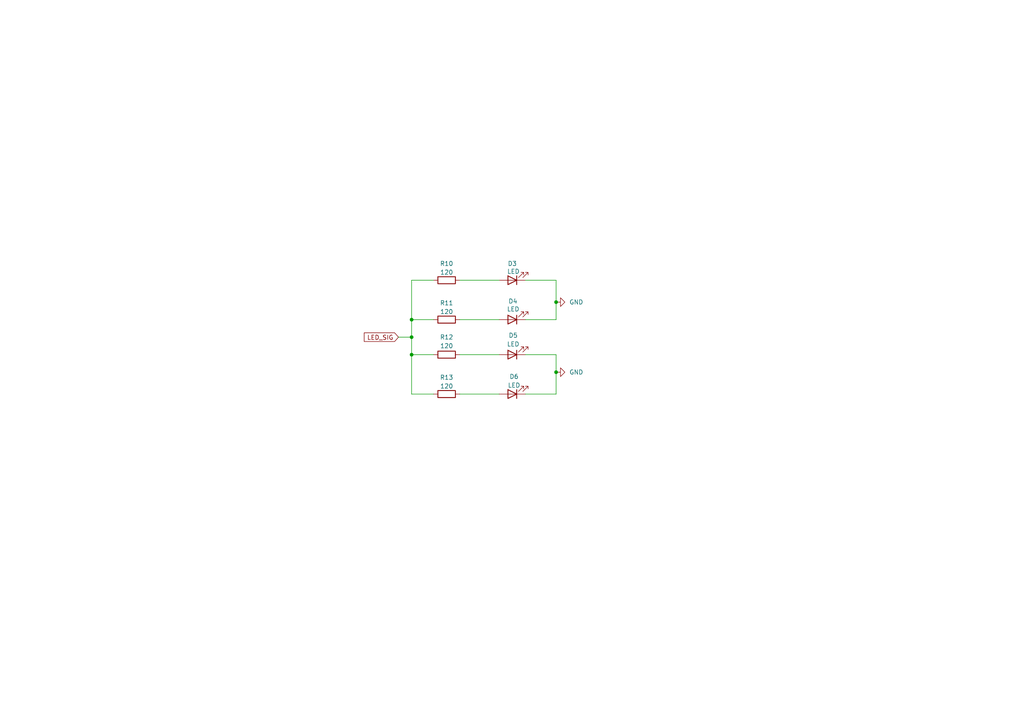
<source format=kicad_sch>
(kicad_sch
	(version 20250114)
	(generator "eeschema")
	(generator_version "9.0")
	(uuid "60ec0027-2546-452c-ae3c-eeffdd722be2")
	(paper "A4")
	(lib_symbols
		(symbol "Device:LED"
			(pin_numbers
				(hide yes)
			)
			(pin_names
				(offset 1.016)
				(hide yes)
			)
			(exclude_from_sim no)
			(in_bom yes)
			(on_board yes)
			(property "Reference" "D"
				(at 0 2.54 0)
				(effects
					(font
						(size 1.27 1.27)
					)
				)
			)
			(property "Value" "LED"
				(at 0 -2.54 0)
				(effects
					(font
						(size 1.27 1.27)
					)
				)
			)
			(property "Footprint" ""
				(at 0 0 0)
				(effects
					(font
						(size 1.27 1.27)
					)
					(hide yes)
				)
			)
			(property "Datasheet" "~"
				(at 0 0 0)
				(effects
					(font
						(size 1.27 1.27)
					)
					(hide yes)
				)
			)
			(property "Description" "Light emitting diode"
				(at 0 0 0)
				(effects
					(font
						(size 1.27 1.27)
					)
					(hide yes)
				)
			)
			(property "ki_keywords" "LED diode"
				(at 0 0 0)
				(effects
					(font
						(size 1.27 1.27)
					)
					(hide yes)
				)
			)
			(property "ki_fp_filters" "LED* LED_SMD:* LED_THT:*"
				(at 0 0 0)
				(effects
					(font
						(size 1.27 1.27)
					)
					(hide yes)
				)
			)
			(symbol "LED_0_1"
				(polyline
					(pts
						(xy -3.048 -0.762) (xy -4.572 -2.286) (xy -3.81 -2.286) (xy -4.572 -2.286) (xy -4.572 -1.524)
					)
					(stroke
						(width 0)
						(type default)
					)
					(fill
						(type none)
					)
				)
				(polyline
					(pts
						(xy -1.778 -0.762) (xy -3.302 -2.286) (xy -2.54 -2.286) (xy -3.302 -2.286) (xy -3.302 -1.524)
					)
					(stroke
						(width 0)
						(type default)
					)
					(fill
						(type none)
					)
				)
				(polyline
					(pts
						(xy -1.27 0) (xy 1.27 0)
					)
					(stroke
						(width 0)
						(type default)
					)
					(fill
						(type none)
					)
				)
				(polyline
					(pts
						(xy -1.27 -1.27) (xy -1.27 1.27)
					)
					(stroke
						(width 0.254)
						(type default)
					)
					(fill
						(type none)
					)
				)
				(polyline
					(pts
						(xy 1.27 -1.27) (xy 1.27 1.27) (xy -1.27 0) (xy 1.27 -1.27)
					)
					(stroke
						(width 0.254)
						(type default)
					)
					(fill
						(type none)
					)
				)
			)
			(symbol "LED_1_1"
				(pin passive line
					(at -3.81 0 0)
					(length 2.54)
					(name "K"
						(effects
							(font
								(size 1.27 1.27)
							)
						)
					)
					(number "1"
						(effects
							(font
								(size 1.27 1.27)
							)
						)
					)
				)
				(pin passive line
					(at 3.81 0 180)
					(length 2.54)
					(name "A"
						(effects
							(font
								(size 1.27 1.27)
							)
						)
					)
					(number "2"
						(effects
							(font
								(size 1.27 1.27)
							)
						)
					)
				)
			)
			(embedded_fonts no)
		)
		(symbol "Device:R"
			(pin_numbers
				(hide yes)
			)
			(pin_names
				(offset 0)
			)
			(exclude_from_sim no)
			(in_bom yes)
			(on_board yes)
			(property "Reference" "R"
				(at 2.032 0 90)
				(effects
					(font
						(size 1.27 1.27)
					)
				)
			)
			(property "Value" "R"
				(at 0 0 90)
				(effects
					(font
						(size 1.27 1.27)
					)
				)
			)
			(property "Footprint" ""
				(at -1.778 0 90)
				(effects
					(font
						(size 1.27 1.27)
					)
					(hide yes)
				)
			)
			(property "Datasheet" "~"
				(at 0 0 0)
				(effects
					(font
						(size 1.27 1.27)
					)
					(hide yes)
				)
			)
			(property "Description" "Resistor"
				(at 0 0 0)
				(effects
					(font
						(size 1.27 1.27)
					)
					(hide yes)
				)
			)
			(property "ki_keywords" "R res resistor"
				(at 0 0 0)
				(effects
					(font
						(size 1.27 1.27)
					)
					(hide yes)
				)
			)
			(property "ki_fp_filters" "R_*"
				(at 0 0 0)
				(effects
					(font
						(size 1.27 1.27)
					)
					(hide yes)
				)
			)
			(symbol "R_0_1"
				(rectangle
					(start -1.016 -2.54)
					(end 1.016 2.54)
					(stroke
						(width 0.254)
						(type default)
					)
					(fill
						(type none)
					)
				)
			)
			(symbol "R_1_1"
				(pin passive line
					(at 0 3.81 270)
					(length 1.27)
					(name "~"
						(effects
							(font
								(size 1.27 1.27)
							)
						)
					)
					(number "1"
						(effects
							(font
								(size 1.27 1.27)
							)
						)
					)
				)
				(pin passive line
					(at 0 -3.81 90)
					(length 1.27)
					(name "~"
						(effects
							(font
								(size 1.27 1.27)
							)
						)
					)
					(number "2"
						(effects
							(font
								(size 1.27 1.27)
							)
						)
					)
				)
			)
			(embedded_fonts no)
		)
		(symbol "power:GND"
			(power)
			(pin_numbers
				(hide yes)
			)
			(pin_names
				(offset 0)
				(hide yes)
			)
			(exclude_from_sim no)
			(in_bom yes)
			(on_board yes)
			(property "Reference" "#PWR"
				(at 0 -6.35 0)
				(effects
					(font
						(size 1.27 1.27)
					)
					(hide yes)
				)
			)
			(property "Value" "GND"
				(at 0 -3.81 0)
				(effects
					(font
						(size 1.27 1.27)
					)
				)
			)
			(property "Footprint" ""
				(at 0 0 0)
				(effects
					(font
						(size 1.27 1.27)
					)
					(hide yes)
				)
			)
			(property "Datasheet" ""
				(at 0 0 0)
				(effects
					(font
						(size 1.27 1.27)
					)
					(hide yes)
				)
			)
			(property "Description" "Power symbol creates a global label with name \"GND\" , ground"
				(at 0 0 0)
				(effects
					(font
						(size 1.27 1.27)
					)
					(hide yes)
				)
			)
			(property "ki_keywords" "global power"
				(at 0 0 0)
				(effects
					(font
						(size 1.27 1.27)
					)
					(hide yes)
				)
			)
			(symbol "GND_0_1"
				(polyline
					(pts
						(xy 0 0) (xy 0 -1.27) (xy 1.27 -1.27) (xy 0 -2.54) (xy -1.27 -1.27) (xy 0 -1.27)
					)
					(stroke
						(width 0)
						(type default)
					)
					(fill
						(type none)
					)
				)
			)
			(symbol "GND_1_1"
				(pin power_in line
					(at 0 0 270)
					(length 0)
					(name "~"
						(effects
							(font
								(size 1.27 1.27)
							)
						)
					)
					(number "1"
						(effects
							(font
								(size 1.27 1.27)
							)
						)
					)
				)
			)
			(embedded_fonts no)
		)
	)
	(junction
		(at 119.38 102.87)
		(diameter 0)
		(color 0 0 0 0)
		(uuid "778bd8d5-5212-452a-901c-37a6f6b4e21e")
	)
	(junction
		(at 119.38 92.71)
		(diameter 0)
		(color 0 0 0 0)
		(uuid "a5284a0e-d9a8-4fe1-975f-bfaf5dff0a0d")
	)
	(junction
		(at 119.38 97.79)
		(diameter 0)
		(color 0 0 0 0)
		(uuid "bd01ff86-a17e-4440-a8c8-b91bda55e781")
	)
	(junction
		(at 161.29 107.95)
		(diameter 0)
		(color 0 0 0 0)
		(uuid "e3727e70-77bc-44ad-bf7b-b61b54a083e4")
	)
	(junction
		(at 161.29 87.63)
		(diameter 0)
		(color 0 0 0 0)
		(uuid "e74de71a-4369-4b54-80de-0b6ecd0f2f53")
	)
	(wire
		(pts
			(xy 161.29 87.63) (xy 161.29 92.71)
		)
		(stroke
			(width 0)
			(type default)
		)
		(uuid "13ae040e-eda9-4ac5-9124-f3e5b5b49e9a")
	)
	(wire
		(pts
			(xy 161.29 107.95) (xy 161.29 114.3)
		)
		(stroke
			(width 0)
			(type default)
		)
		(uuid "1a224554-1b65-46fa-964c-530dc3641eec")
	)
	(wire
		(pts
			(xy 119.38 92.71) (xy 119.38 97.79)
		)
		(stroke
			(width 0)
			(type default)
		)
		(uuid "1b82a16e-2a48-4066-b682-e4e790f9e845")
	)
	(wire
		(pts
			(xy 152.4 114.3) (xy 161.29 114.3)
		)
		(stroke
			(width 0)
			(type default)
		)
		(uuid "2863e48d-e7e3-4847-b157-605387fc1caa")
	)
	(wire
		(pts
			(xy 161.29 81.28) (xy 161.29 87.63)
		)
		(stroke
			(width 0)
			(type default)
		)
		(uuid "29f41ade-19e9-4d1a-a7e5-2f25a0c673f6")
	)
	(wire
		(pts
			(xy 161.29 102.87) (xy 161.29 107.95)
		)
		(stroke
			(width 0)
			(type default)
		)
		(uuid "35d39045-f2ff-4a6c-aecf-2065a5460d6b")
	)
	(wire
		(pts
			(xy 133.35 102.87) (xy 144.78 102.87)
		)
		(stroke
			(width 0)
			(type default)
		)
		(uuid "439719f1-8835-4ba7-97f2-e03522e5baa7")
	)
	(wire
		(pts
			(xy 152.4 102.87) (xy 161.29 102.87)
		)
		(stroke
			(width 0)
			(type default)
		)
		(uuid "5c92087c-b7ff-46a3-9404-3e10d675cf41")
	)
	(wire
		(pts
			(xy 119.38 102.87) (xy 125.73 102.87)
		)
		(stroke
			(width 0)
			(type default)
		)
		(uuid "691b2ef7-0b68-4055-bbc9-34ea49673e10")
	)
	(wire
		(pts
			(xy 133.35 92.71) (xy 144.78 92.71)
		)
		(stroke
			(width 0)
			(type default)
		)
		(uuid "760d836b-5185-432e-b153-926253c7ed59")
	)
	(wire
		(pts
			(xy 133.35 81.28) (xy 144.78 81.28)
		)
		(stroke
			(width 0)
			(type default)
		)
		(uuid "8bc6bf6a-a1d9-413c-b6a2-397f28628204")
	)
	(wire
		(pts
			(xy 119.38 97.79) (xy 119.38 102.87)
		)
		(stroke
			(width 0)
			(type default)
		)
		(uuid "91b45cc8-bc36-48cc-8830-746a5df8786a")
	)
	(wire
		(pts
			(xy 119.38 102.87) (xy 119.38 114.3)
		)
		(stroke
			(width 0)
			(type default)
		)
		(uuid "91bee2a2-ed19-40bb-87f4-936c740a9269")
	)
	(wire
		(pts
			(xy 119.38 81.28) (xy 119.38 92.71)
		)
		(stroke
			(width 0)
			(type default)
		)
		(uuid "a662261e-e4ad-4cb5-b5ae-1a2a7470040c")
	)
	(wire
		(pts
			(xy 119.38 81.28) (xy 125.73 81.28)
		)
		(stroke
			(width 0)
			(type default)
		)
		(uuid "a6c8e78c-1cc9-46a2-ac84-6d38e8a748fd")
	)
	(wire
		(pts
			(xy 152.4 81.28) (xy 161.29 81.28)
		)
		(stroke
			(width 0)
			(type default)
		)
		(uuid "a7f6dbee-4087-402c-b74a-72ec914ebce6")
	)
	(wire
		(pts
			(xy 115.57 97.79) (xy 119.38 97.79)
		)
		(stroke
			(width 0)
			(type default)
		)
		(uuid "a8a08d5d-2bb1-4af6-8928-f68e7d3f0f75")
	)
	(wire
		(pts
			(xy 119.38 92.71) (xy 125.73 92.71)
		)
		(stroke
			(width 0)
			(type default)
		)
		(uuid "bc9567bc-87e3-4ce1-a3ad-60acbe658cf6")
	)
	(wire
		(pts
			(xy 119.38 114.3) (xy 125.73 114.3)
		)
		(stroke
			(width 0)
			(type default)
		)
		(uuid "c15cad71-5237-4431-926d-242bd3f06a1a")
	)
	(wire
		(pts
			(xy 133.35 114.3) (xy 144.78 114.3)
		)
		(stroke
			(width 0)
			(type default)
		)
		(uuid "d80ac995-baa4-4265-9991-1adfc0da9f6a")
	)
	(wire
		(pts
			(xy 152.4 92.71) (xy 161.29 92.71)
		)
		(stroke
			(width 0)
			(type default)
		)
		(uuid "f90a723a-0cfc-447e-b29b-58cf9f60cdd2")
	)
	(global_label "LED_SIG"
		(shape input)
		(at 115.57 97.79 180)
		(fields_autoplaced yes)
		(effects
			(font
				(size 1.27 1.27)
				(thickness 0.1588)
			)
			(justify right)
		)
		(uuid "650cae72-05da-47d6-bd80-3e80326e9259")
		(property "Intersheetrefs" "${INTERSHEET_REFS}"
			(at 105.0858 97.79 0)
			(effects
				(font
					(size 1.27 1.27)
				)
				(justify right)
				(hide yes)
			)
		)
	)
	(symbol
		(lib_id "Device:R")
		(at 129.54 102.87 90)
		(unit 1)
		(exclude_from_sim no)
		(in_bom yes)
		(on_board yes)
		(dnp no)
		(uuid "191305f9-092f-4cda-a034-17b90211da50")
		(property "Reference" "R12"
			(at 129.54 97.79 90)
			(effects
				(font
					(size 1.27 1.27)
				)
			)
		)
		(property "Value" "120"
			(at 129.54 100.33 90)
			(effects
				(font
					(size 1.27 1.27)
				)
			)
		)
		(property "Footprint" "Resistor_THT:R_Axial_DIN0204_L3.6mm_D1.6mm_P5.08mm_Horizontal"
			(at 129.54 104.648 90)
			(effects
				(font
					(size 1.27 1.27)
				)
				(hide yes)
			)
		)
		(property "Datasheet" "~"
			(at 129.54 102.87 0)
			(effects
				(font
					(size 1.27 1.27)
				)
				(hide yes)
			)
		)
		(property "Description" "Resistor"
			(at 129.54 102.87 0)
			(effects
				(font
					(size 1.27 1.27)
				)
				(hide yes)
			)
		)
		(pin "2"
			(uuid "6e8712d7-9512-4237-b5f0-ac02e78c32a0")
		)
		(pin "1"
			(uuid "6efa557b-bedf-4571-8d9f-15d97e7f4b51")
		)
		(instances
			(project "Car_PCB"
				(path "/c7e35edf-6ffe-40dc-9a4f-72db8dbc3769/2a648f24-f320-4fa3-bdd6-eaf25ea5fbb6"
					(reference "R12")
					(unit 1)
				)
			)
		)
	)
	(symbol
		(lib_id "Device:LED")
		(at 148.59 102.87 180)
		(unit 1)
		(exclude_from_sim no)
		(in_bom yes)
		(on_board yes)
		(dnp no)
		(uuid "4e1f0afb-bcb7-421a-8690-c738a4470650")
		(property "Reference" "D5"
			(at 148.844 97.282 0)
			(effects
				(font
					(size 1.27 1.27)
				)
			)
		)
		(property "Value" "LED"
			(at 148.844 99.822 0)
			(effects
				(font
					(size 1.27 1.27)
				)
			)
		)
		(property "Footprint" "Connector_PinHeader_2.54mm:PinHeader_1x02_P2.54mm_Vertical"
			(at 148.59 102.87 0)
			(effects
				(font
					(size 1.27 1.27)
				)
				(hide yes)
			)
		)
		(property "Datasheet" "~"
			(at 148.59 102.87 0)
			(effects
				(font
					(size 1.27 1.27)
				)
				(hide yes)
			)
		)
		(property "Description" "Light emitting diode"
			(at 148.59 102.87 0)
			(effects
				(font
					(size 1.27 1.27)
				)
				(hide yes)
			)
		)
		(pin "1"
			(uuid "ee134781-b4e6-4448-8151-caf46319b813")
		)
		(pin "2"
			(uuid "4385c4ad-3f36-4779-bca8-32305fa0736e")
		)
		(instances
			(project "Car_PCB"
				(path "/c7e35edf-6ffe-40dc-9a4f-72db8dbc3769/2a648f24-f320-4fa3-bdd6-eaf25ea5fbb6"
					(reference "D5")
					(unit 1)
				)
			)
		)
	)
	(symbol
		(lib_id "Device:R")
		(at 129.54 81.28 90)
		(unit 1)
		(exclude_from_sim no)
		(in_bom yes)
		(on_board yes)
		(dnp no)
		(uuid "546792bd-3505-42df-ba46-dbc7dfde375e")
		(property "Reference" "R10"
			(at 129.54 76.454 90)
			(effects
				(font
					(size 1.27 1.27)
				)
			)
		)
		(property "Value" "120"
			(at 129.54 78.994 90)
			(effects
				(font
					(size 1.27 1.27)
				)
			)
		)
		(property "Footprint" "Resistor_THT:R_Axial_DIN0204_L3.6mm_D1.6mm_P5.08mm_Horizontal"
			(at 129.54 83.058 90)
			(effects
				(font
					(size 1.27 1.27)
				)
				(hide yes)
			)
		)
		(property "Datasheet" "~"
			(at 129.54 81.28 0)
			(effects
				(font
					(size 1.27 1.27)
				)
				(hide yes)
			)
		)
		(property "Description" "Resistor"
			(at 129.54 81.28 0)
			(effects
				(font
					(size 1.27 1.27)
				)
				(hide yes)
			)
		)
		(pin "2"
			(uuid "59b2224b-3989-4285-b562-4cee357145d9")
		)
		(pin "1"
			(uuid "e5668781-9b6f-45d3-aace-43cac1e003e4")
		)
		(instances
			(project "Car_PCB"
				(path "/c7e35edf-6ffe-40dc-9a4f-72db8dbc3769/2a648f24-f320-4fa3-bdd6-eaf25ea5fbb6"
					(reference "R10")
					(unit 1)
				)
			)
		)
	)
	(symbol
		(lib_id "power:GND")
		(at 161.29 107.95 90)
		(unit 1)
		(exclude_from_sim no)
		(in_bom yes)
		(on_board yes)
		(dnp no)
		(fields_autoplaced yes)
		(uuid "59413424-0189-4838-8805-974613b7c65d")
		(property "Reference" "#PWR017"
			(at 167.64 107.95 0)
			(effects
				(font
					(size 1.27 1.27)
				)
				(hide yes)
			)
		)
		(property "Value" "GND"
			(at 165.1 107.9499 90)
			(effects
				(font
					(size 1.27 1.27)
				)
				(justify right)
			)
		)
		(property "Footprint" ""
			(at 161.29 107.95 0)
			(effects
				(font
					(size 1.27 1.27)
				)
				(hide yes)
			)
		)
		(property "Datasheet" ""
			(at 161.29 107.95 0)
			(effects
				(font
					(size 1.27 1.27)
				)
				(hide yes)
			)
		)
		(property "Description" "Power symbol creates a global label with name \"GND\" , ground"
			(at 161.29 107.95 0)
			(effects
				(font
					(size 1.27 1.27)
				)
				(hide yes)
			)
		)
		(pin "1"
			(uuid "483e940b-d3e2-4338-a012-8b4e9dfda20b")
		)
		(instances
			(project "Car_PCB"
				(path "/c7e35edf-6ffe-40dc-9a4f-72db8dbc3769/2a648f24-f320-4fa3-bdd6-eaf25ea5fbb6"
					(reference "#PWR017")
					(unit 1)
				)
			)
		)
	)
	(symbol
		(lib_id "Device:LED")
		(at 148.59 92.71 180)
		(unit 1)
		(exclude_from_sim no)
		(in_bom yes)
		(on_board yes)
		(dnp no)
		(uuid "5afd7ebd-fb27-477c-896b-f0d6737c8ce1")
		(property "Reference" "D4"
			(at 148.7805 87.376 0)
			(effects
				(font
					(size 1.27 1.27)
				)
			)
		)
		(property "Value" "LED"
			(at 148.844 89.662 0)
			(effects
				(font
					(size 1.27 1.27)
				)
			)
		)
		(property "Footprint" "Connector_PinHeader_2.54mm:PinHeader_1x02_P2.54mm_Vertical"
			(at 148.59 92.71 0)
			(effects
				(font
					(size 1.27 1.27)
				)
				(hide yes)
			)
		)
		(property "Datasheet" "~"
			(at 148.59 92.71 0)
			(effects
				(font
					(size 1.27 1.27)
				)
				(hide yes)
			)
		)
		(property "Description" "Light emitting diode"
			(at 148.59 92.71 0)
			(effects
				(font
					(size 1.27 1.27)
				)
				(hide yes)
			)
		)
		(pin "1"
			(uuid "f2559662-6162-48e3-8ca9-fd67fdd58d9f")
		)
		(pin "2"
			(uuid "3acccf12-d446-4d9d-b9ec-21aedf7024fd")
		)
		(instances
			(project "Car_PCB"
				(path "/c7e35edf-6ffe-40dc-9a4f-72db8dbc3769/2a648f24-f320-4fa3-bdd6-eaf25ea5fbb6"
					(reference "D4")
					(unit 1)
				)
			)
		)
	)
	(symbol
		(lib_id "Device:R")
		(at 129.54 114.3 90)
		(unit 1)
		(exclude_from_sim no)
		(in_bom yes)
		(on_board yes)
		(dnp no)
		(uuid "690300c5-ab53-46a2-8817-153a4b47c548")
		(property "Reference" "R13"
			(at 129.54 109.474 90)
			(effects
				(font
					(size 1.27 1.27)
				)
			)
		)
		(property "Value" "120"
			(at 129.54 112.014 90)
			(effects
				(font
					(size 1.27 1.27)
				)
			)
		)
		(property "Footprint" "Resistor_THT:R_Axial_DIN0204_L3.6mm_D1.6mm_P5.08mm_Horizontal"
			(at 129.54 116.078 90)
			(effects
				(font
					(size 1.27 1.27)
				)
				(hide yes)
			)
		)
		(property "Datasheet" "~"
			(at 129.54 114.3 0)
			(effects
				(font
					(size 1.27 1.27)
				)
				(hide yes)
			)
		)
		(property "Description" "Resistor"
			(at 129.54 114.3 0)
			(effects
				(font
					(size 1.27 1.27)
				)
				(hide yes)
			)
		)
		(pin "2"
			(uuid "2d609a5c-3fec-4d3f-87f0-98d88e7dc46e")
		)
		(pin "1"
			(uuid "fdfef8d7-33de-4af9-b7eb-81d06254e0e0")
		)
		(instances
			(project "Car_PCB"
				(path "/c7e35edf-6ffe-40dc-9a4f-72db8dbc3769/2a648f24-f320-4fa3-bdd6-eaf25ea5fbb6"
					(reference "R13")
					(unit 1)
				)
			)
		)
	)
	(symbol
		(lib_id "Device:LED")
		(at 148.59 114.3 180)
		(unit 1)
		(exclude_from_sim no)
		(in_bom yes)
		(on_board yes)
		(dnp no)
		(uuid "962d7b55-d0f0-4366-b918-055b8f7a08d2")
		(property "Reference" "D6"
			(at 149.098 109.22 0)
			(effects
				(font
					(size 1.27 1.27)
				)
			)
		)
		(property "Value" "LED"
			(at 149.098 111.76 0)
			(effects
				(font
					(size 1.27 1.27)
				)
			)
		)
		(property "Footprint" "Connector_PinHeader_2.54mm:PinHeader_1x02_P2.54mm_Vertical"
			(at 148.59 114.3 0)
			(effects
				(font
					(size 1.27 1.27)
				)
				(hide yes)
			)
		)
		(property "Datasheet" "~"
			(at 148.59 114.3 0)
			(effects
				(font
					(size 1.27 1.27)
				)
				(hide yes)
			)
		)
		(property "Description" "Light emitting diode"
			(at 148.59 114.3 0)
			(effects
				(font
					(size 1.27 1.27)
				)
				(hide yes)
			)
		)
		(pin "1"
			(uuid "37767f60-bf82-43be-a748-bcb92602edbe")
		)
		(pin "2"
			(uuid "e399d42e-4506-4270-b013-dcf36bb6b898")
		)
		(instances
			(project "Car_PCB"
				(path "/c7e35edf-6ffe-40dc-9a4f-72db8dbc3769/2a648f24-f320-4fa3-bdd6-eaf25ea5fbb6"
					(reference "D6")
					(unit 1)
				)
			)
		)
	)
	(symbol
		(lib_id "Device:LED")
		(at 148.59 81.28 180)
		(unit 1)
		(exclude_from_sim no)
		(in_bom yes)
		(on_board yes)
		(dnp no)
		(uuid "9f15a671-156d-4afc-b294-060ac6148f72")
		(property "Reference" "D3"
			(at 148.59 76.454 0)
			(effects
				(font
					(size 1.27 1.27)
				)
			)
		)
		(property "Value" "LED"
			(at 148.9075 78.74 0)
			(effects
				(font
					(size 1.27 1.27)
				)
			)
		)
		(property "Footprint" "Connector_PinHeader_2.54mm:PinHeader_1x02_P2.54mm_Vertical"
			(at 148.59 81.28 0)
			(effects
				(font
					(size 1.27 1.27)
				)
				(hide yes)
			)
		)
		(property "Datasheet" "~"
			(at 148.59 81.28 0)
			(effects
				(font
					(size 1.27 1.27)
				)
				(hide yes)
			)
		)
		(property "Description" "Light emitting diode"
			(at 148.59 81.28 0)
			(effects
				(font
					(size 1.27 1.27)
				)
				(hide yes)
			)
		)
		(pin "1"
			(uuid "27ec22ee-297b-48a7-8b2f-1ff0ccba7d24")
		)
		(pin "2"
			(uuid "4b0ccd39-68f7-4431-9d5d-116cbab7912d")
		)
		(instances
			(project "Car_PCB"
				(path "/c7e35edf-6ffe-40dc-9a4f-72db8dbc3769/2a648f24-f320-4fa3-bdd6-eaf25ea5fbb6"
					(reference "D3")
					(unit 1)
				)
			)
		)
	)
	(symbol
		(lib_id "power:GND")
		(at 161.29 87.63 90)
		(unit 1)
		(exclude_from_sim no)
		(in_bom yes)
		(on_board yes)
		(dnp no)
		(fields_autoplaced yes)
		(uuid "c1c1b526-3ed0-43b2-9bd6-d37fd39b3b54")
		(property "Reference" "#PWR02"
			(at 167.64 87.63 0)
			(effects
				(font
					(size 1.27 1.27)
				)
				(hide yes)
			)
		)
		(property "Value" "GND"
			(at 165.1 87.6299 90)
			(effects
				(font
					(size 1.27 1.27)
				)
				(justify right)
			)
		)
		(property "Footprint" ""
			(at 161.29 87.63 0)
			(effects
				(font
					(size 1.27 1.27)
				)
				(hide yes)
			)
		)
		(property "Datasheet" ""
			(at 161.29 87.63 0)
			(effects
				(font
					(size 1.27 1.27)
				)
				(hide yes)
			)
		)
		(property "Description" "Power symbol creates a global label with name \"GND\" , ground"
			(at 161.29 87.63 0)
			(effects
				(font
					(size 1.27 1.27)
				)
				(hide yes)
			)
		)
		(pin "1"
			(uuid "300f64f7-4791-4a3d-8b56-682d2e63ac70")
		)
		(instances
			(project "Car_PCB"
				(path "/c7e35edf-6ffe-40dc-9a4f-72db8dbc3769/2a648f24-f320-4fa3-bdd6-eaf25ea5fbb6"
					(reference "#PWR02")
					(unit 1)
				)
			)
		)
	)
	(symbol
		(lib_id "Device:R")
		(at 129.54 92.71 90)
		(unit 1)
		(exclude_from_sim no)
		(in_bom yes)
		(on_board yes)
		(dnp no)
		(uuid "d4c194b2-a08e-45bb-a0fc-9a14098dee18")
		(property "Reference" "R11"
			(at 129.54 87.884 90)
			(effects
				(font
					(size 1.27 1.27)
				)
			)
		)
		(property "Value" "120"
			(at 129.54 90.424 90)
			(effects
				(font
					(size 1.27 1.27)
				)
			)
		)
		(property "Footprint" "Resistor_THT:R_Axial_DIN0204_L3.6mm_D1.6mm_P5.08mm_Horizontal"
			(at 129.54 94.488 90)
			(effects
				(font
					(size 1.27 1.27)
				)
				(hide yes)
			)
		)
		(property "Datasheet" "~"
			(at 129.54 92.71 0)
			(effects
				(font
					(size 1.27 1.27)
				)
				(hide yes)
			)
		)
		(property "Description" "Resistor"
			(at 129.54 92.71 0)
			(effects
				(font
					(size 1.27 1.27)
				)
				(hide yes)
			)
		)
		(pin "2"
			(uuid "9260a0de-3199-4ece-856b-45043e0e7478")
		)
		(pin "1"
			(uuid "f099ce7c-9e22-43a6-b25d-375f9ed2f2d8")
		)
		(instances
			(project "Car_PCB"
				(path "/c7e35edf-6ffe-40dc-9a4f-72db8dbc3769/2a648f24-f320-4fa3-bdd6-eaf25ea5fbb6"
					(reference "R11")
					(unit 1)
				)
			)
		)
	)
)

</source>
